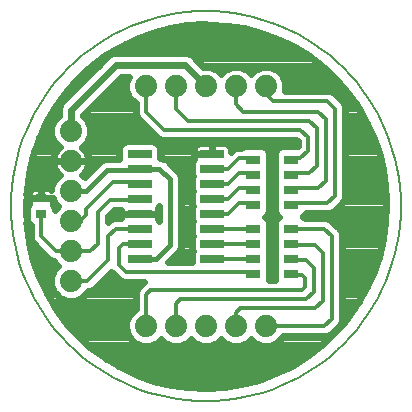
<source format=gtl>
G75*
G70*
%OFA0B0*%
%FSLAX24Y24*%
%IPPOS*%
%LPD*%
%AMOC8*
5,1,8,0,0,1.08239X$1,22.5*
%
%ADD10C,0.0080*%
%ADD11C,0.0740*%
%ADD12R,0.0800X0.0260*%
%ADD13R,0.0354X0.0276*%
%ADD14R,0.0512X0.0315*%
%ADD15C,0.0240*%
%ADD16C,0.0160*%
%ADD17C,0.0396*%
%ADD18C,0.0120*%
%ADD19C,0.0100*%
D10*
X000140Y006665D02*
X000148Y006984D01*
X000171Y007302D01*
X000210Y007618D01*
X000265Y007932D01*
X000335Y008243D01*
X000420Y008551D01*
X000520Y008853D01*
X000634Y009151D01*
X000764Y009442D01*
X000907Y009727D01*
X001064Y010005D01*
X001235Y010274D01*
X001418Y010535D01*
X001615Y010786D01*
X001823Y011027D01*
X002043Y011258D01*
X002274Y011478D01*
X002515Y011686D01*
X002766Y011883D01*
X003027Y012066D01*
X003296Y012237D01*
X003574Y012394D01*
X003859Y012537D01*
X004150Y012667D01*
X004448Y012781D01*
X004750Y012881D01*
X005058Y012966D01*
X005369Y013036D01*
X005683Y013091D01*
X005999Y013130D01*
X006317Y013153D01*
X006636Y013161D01*
X006955Y013153D01*
X007273Y013130D01*
X007589Y013091D01*
X007903Y013036D01*
X008214Y012966D01*
X008522Y012881D01*
X008824Y012781D01*
X009122Y012667D01*
X009413Y012537D01*
X009698Y012394D01*
X009976Y012237D01*
X010245Y012066D01*
X010506Y011883D01*
X010757Y011686D01*
X010998Y011478D01*
X011229Y011258D01*
X011449Y011027D01*
X011657Y010786D01*
X011854Y010535D01*
X012037Y010274D01*
X012208Y010005D01*
X012365Y009727D01*
X012508Y009442D01*
X012638Y009151D01*
X012752Y008853D01*
X012852Y008551D01*
X012937Y008243D01*
X013007Y007932D01*
X013062Y007618D01*
X013101Y007302D01*
X013124Y006984D01*
X013132Y006665D01*
X013124Y006346D01*
X013101Y006028D01*
X013062Y005712D01*
X013007Y005398D01*
X012937Y005087D01*
X012852Y004779D01*
X012752Y004477D01*
X012638Y004179D01*
X012508Y003888D01*
X012365Y003603D01*
X012208Y003325D01*
X012037Y003056D01*
X011854Y002795D01*
X011657Y002544D01*
X011449Y002303D01*
X011229Y002072D01*
X010998Y001852D01*
X010757Y001644D01*
X010506Y001447D01*
X010245Y001264D01*
X009976Y001093D01*
X009698Y000936D01*
X009413Y000793D01*
X009122Y000663D01*
X008824Y000549D01*
X008522Y000449D01*
X008214Y000364D01*
X007903Y000294D01*
X007589Y000239D01*
X007273Y000200D01*
X006955Y000177D01*
X006636Y000169D01*
X006317Y000177D01*
X005999Y000200D01*
X005683Y000239D01*
X005369Y000294D01*
X005058Y000364D01*
X004750Y000449D01*
X004448Y000549D01*
X004150Y000663D01*
X003859Y000793D01*
X003574Y000936D01*
X003296Y001093D01*
X003027Y001264D01*
X002766Y001447D01*
X002515Y001644D01*
X002274Y001852D01*
X002043Y002072D01*
X001823Y002303D01*
X001615Y002544D01*
X001418Y002795D01*
X001235Y003056D01*
X001064Y003325D01*
X000907Y003603D01*
X000764Y003888D01*
X000634Y004179D01*
X000520Y004477D01*
X000420Y004779D01*
X000335Y005087D01*
X000265Y005398D01*
X000210Y005712D01*
X000171Y006028D01*
X000148Y006346D01*
X000140Y006665D01*
D11*
X002136Y007165D03*
X002136Y006165D03*
X002136Y005165D03*
X002136Y004165D03*
X004636Y002665D03*
X005636Y002665D03*
X006636Y002665D03*
X007636Y002665D03*
X008636Y002665D03*
X002136Y008165D03*
X002136Y009165D03*
X004636Y010665D03*
X005636Y010665D03*
X006636Y010665D03*
X007636Y010665D03*
X008636Y010665D03*
D12*
X006846Y008415D03*
X006846Y007915D03*
X006846Y007415D03*
X006846Y006915D03*
X006846Y006415D03*
X006846Y005915D03*
X006846Y005415D03*
X006846Y004915D03*
X004426Y004915D03*
X004426Y005415D03*
X004426Y005915D03*
X004426Y006415D03*
X004426Y006915D03*
X004426Y007415D03*
X004426Y007915D03*
X004426Y008415D03*
D13*
X001136Y006921D03*
X001136Y006409D03*
D14*
X008211Y006715D03*
X008211Y007215D03*
X008211Y007715D03*
X008211Y008215D03*
X009461Y008215D03*
X009461Y007715D03*
X009461Y007215D03*
X009461Y006715D03*
X009461Y005915D03*
X009461Y005415D03*
X009461Y004915D03*
X009461Y004415D03*
X008211Y004415D03*
X008211Y004915D03*
X008211Y005415D03*
X008211Y005915D03*
D15*
X002816Y001941D02*
X002378Y002337D01*
X001982Y002775D01*
X001631Y003249D01*
X001329Y003756D01*
X001079Y004291D01*
X000883Y004847D01*
X000743Y005421D01*
X000660Y006005D01*
X000636Y006595D01*
X000657Y007189D01*
X000736Y007778D01*
X000872Y008356D01*
X001064Y008918D01*
X001311Y009459D01*
X001609Y009973D01*
X001957Y010455D01*
X002349Y010901D01*
X002784Y011306D01*
X003256Y011667D01*
X003762Y011980D01*
X004295Y012241D01*
X004852Y012449D01*
X005426Y012602D01*
X006013Y012697D01*
X006606Y012735D01*
X006746Y012715D01*
X007327Y012682D01*
X007902Y012593D01*
X008466Y012448D01*
X009012Y012248D01*
X009537Y011996D01*
X010034Y011693D01*
X010499Y011343D01*
X010927Y010950D01*
X011315Y010516D01*
X011659Y010046D01*
X011955Y009545D01*
X012200Y009017D01*
X012392Y008468D01*
X012530Y007902D01*
X012611Y007326D01*
X012636Y006745D01*
X012614Y006149D01*
X012534Y005558D01*
X012396Y004978D01*
X012202Y004414D01*
X011954Y003872D01*
X011654Y003357D01*
X011305Y002874D01*
X010910Y002427D01*
X010473Y002021D01*
X009999Y001660D01*
X009491Y001347D01*
X008955Y001086D01*
X008396Y000878D01*
X007820Y000726D01*
X007231Y000631D01*
X006636Y000595D01*
X006046Y000619D01*
X005462Y000701D01*
X004889Y000841D01*
X004332Y001038D01*
X003798Y001288D01*
X003290Y001590D01*
X002816Y001941D01*
X002696Y002050D02*
X004422Y002050D01*
X004507Y002015D02*
X004268Y002114D01*
X004085Y002296D01*
X003986Y002535D01*
X003986Y002794D01*
X004085Y003033D01*
X004268Y003216D01*
X004296Y003227D01*
X004296Y003782D01*
X004348Y003907D01*
X004498Y004057D01*
X004565Y004125D01*
X003918Y004125D01*
X003793Y004176D01*
X003698Y004272D01*
X003486Y004484D01*
X002879Y003876D01*
X002754Y003825D01*
X002699Y003825D01*
X002687Y003796D01*
X002504Y003614D01*
X002265Y003515D01*
X002007Y003515D01*
X001768Y003614D01*
X001585Y003796D01*
X001486Y004035D01*
X001486Y004294D01*
X001585Y004533D01*
X001717Y004665D01*
X001585Y004796D01*
X001573Y004825D01*
X001568Y004825D01*
X001443Y004876D01*
X000943Y005376D01*
X000943Y005376D01*
X000848Y005472D01*
X000796Y005597D01*
X000796Y006038D01*
X000722Y006112D01*
X000679Y006215D01*
X000679Y006602D01*
X000722Y006705D01*
X000746Y006729D01*
X000739Y006754D01*
X000739Y006921D01*
X001136Y006921D01*
X001136Y007278D01*
X000930Y007278D01*
X000874Y007263D01*
X000824Y007234D01*
X000783Y007193D01*
X000754Y007143D01*
X000739Y007087D01*
X000739Y006921D01*
X001136Y006921D01*
X001136Y006921D01*
X001136Y007278D01*
X001342Y007278D01*
X001398Y007263D01*
X001448Y007234D01*
X001486Y007197D01*
X001486Y007294D01*
X001585Y007533D01*
X001760Y007708D01*
X001752Y007715D01*
X001686Y007780D01*
X001631Y007855D01*
X001589Y007938D01*
X001561Y008027D01*
X001546Y008118D01*
X001546Y008165D01*
X002136Y008165D01*
X002136Y008165D01*
X002726Y008165D01*
X002726Y008211D01*
X002712Y008303D01*
X002683Y008391D01*
X002641Y008474D01*
X002586Y008549D01*
X002520Y008615D01*
X002512Y008621D01*
X002687Y008796D01*
X002786Y009035D01*
X002786Y009294D01*
X002687Y009533D01*
X002536Y009684D01*
X002536Y009699D01*
X003802Y010965D01*
X004057Y010965D01*
X003986Y010794D01*
X003986Y010535D01*
X004085Y010296D01*
X004268Y010114D01*
X004296Y010102D01*
X004296Y009747D01*
X004348Y009622D01*
X004443Y009526D01*
X005043Y008926D01*
X005168Y008875D01*
X009645Y008875D01*
X009696Y008824D01*
X009696Y008656D01*
X009693Y008652D01*
X009149Y008652D01*
X009047Y008610D01*
X008968Y008531D01*
X008925Y008428D01*
X008925Y008002D01*
X008940Y007965D01*
X008925Y007928D01*
X008925Y007502D01*
X008940Y007465D01*
X008925Y007428D01*
X008925Y007002D01*
X008940Y006965D01*
X008925Y006928D01*
X008925Y006502D01*
X008968Y006399D01*
X009047Y006320D01*
X009059Y006315D01*
X009047Y006310D01*
X008968Y006231D01*
X008925Y006128D01*
X008925Y005702D01*
X008940Y005665D01*
X008925Y005628D01*
X008925Y005202D01*
X008940Y005165D01*
X008925Y005128D01*
X008925Y004702D01*
X008940Y004665D01*
X008925Y004628D01*
X008925Y004205D01*
X008747Y004205D01*
X008747Y004628D01*
X008732Y004665D01*
X008747Y004702D01*
X008747Y005128D01*
X008732Y005165D01*
X008747Y005202D01*
X008747Y005628D01*
X008732Y005665D01*
X008747Y005702D01*
X008747Y006128D01*
X008704Y006231D01*
X008626Y006310D01*
X008613Y006315D01*
X008626Y006320D01*
X008704Y006399D01*
X008747Y006502D01*
X008747Y006928D01*
X008732Y006965D01*
X008747Y007002D01*
X008747Y007428D01*
X008732Y007465D01*
X008747Y007502D01*
X008747Y007928D01*
X008732Y007965D01*
X008747Y008002D01*
X008747Y008428D01*
X008704Y008531D01*
X008626Y008610D01*
X008523Y008652D01*
X007899Y008652D01*
X007797Y008610D01*
X007792Y008605D01*
X007668Y008605D01*
X007543Y008553D01*
X007466Y008476D01*
X007466Y008574D01*
X007451Y008630D01*
X007422Y008680D01*
X007381Y008721D01*
X007331Y008750D01*
X007275Y008765D01*
X006846Y008765D01*
X006417Y008765D01*
X006361Y008750D01*
X006311Y008721D01*
X006270Y008680D01*
X006241Y008630D01*
X006226Y008574D01*
X006226Y008415D01*
X006846Y008415D01*
X006846Y008765D01*
X006846Y008415D01*
X006846Y008415D01*
X006846Y008415D01*
X006226Y008415D01*
X006226Y008256D01*
X006233Y008228D01*
X006209Y008203D01*
X006166Y008100D01*
X006166Y007729D01*
X006193Y007665D01*
X006166Y007600D01*
X006166Y007229D01*
X006193Y007165D01*
X006166Y007100D01*
X006166Y006729D01*
X006193Y006665D01*
X006166Y006600D01*
X006166Y006229D01*
X006193Y006165D01*
X006166Y006100D01*
X006166Y005729D01*
X006193Y005665D01*
X006166Y005600D01*
X006166Y005229D01*
X006193Y005165D01*
X006166Y005100D01*
X006166Y004805D01*
X005385Y004805D01*
X005640Y005059D01*
X005741Y005161D01*
X005796Y005293D01*
X005796Y007636D01*
X005741Y007769D01*
X005391Y008119D01*
X005290Y008220D01*
X005158Y008275D01*
X005106Y008275D01*
X005106Y008600D01*
X005063Y008703D01*
X004985Y008782D01*
X004882Y008825D01*
X003970Y008825D01*
X003867Y008782D01*
X003789Y008703D01*
X003746Y008600D01*
X003746Y008229D01*
X003748Y008225D01*
X003264Y008225D01*
X003132Y008170D01*
X003031Y008069D01*
X002591Y007629D01*
X002512Y007708D01*
X002520Y007715D01*
X002586Y007780D01*
X002641Y007855D01*
X002683Y007938D01*
X002712Y008027D01*
X002726Y008118D01*
X002726Y008165D01*
X002136Y008165D01*
X002136Y008165D01*
X001546Y008165D01*
X001546Y008211D01*
X001561Y008303D01*
X001589Y008391D01*
X001631Y008474D01*
X001686Y008549D01*
X001752Y008615D01*
X001760Y008621D01*
X001585Y008796D01*
X001486Y009035D01*
X001486Y009294D01*
X001585Y009533D01*
X001736Y009684D01*
X001736Y009944D01*
X001797Y010091D01*
X003297Y011591D01*
X003409Y011704D01*
X003556Y011765D01*
X006016Y011765D01*
X006163Y011704D01*
X006275Y011591D01*
X006275Y011591D01*
X006552Y011315D01*
X006765Y011315D01*
X007004Y011216D01*
X007136Y011084D01*
X007268Y011216D01*
X007507Y011315D01*
X007765Y011315D01*
X008004Y011216D01*
X008136Y011084D01*
X008268Y011216D01*
X008507Y011315D01*
X008765Y011315D01*
X009004Y011216D01*
X009187Y011033D01*
X009286Y010794D01*
X009286Y010535D01*
X009273Y010505D01*
X010754Y010505D01*
X010879Y010453D01*
X011129Y010203D01*
X011129Y010203D01*
X011224Y010107D01*
X011276Y009982D01*
X011276Y006947D01*
X011224Y006822D01*
X010974Y006572D01*
X010879Y006476D01*
X010754Y006425D01*
X009965Y006425D01*
X009954Y006399D01*
X009876Y006320D01*
X009863Y006315D01*
X009876Y006310D01*
X009930Y006255D01*
X010654Y006255D01*
X010779Y006203D01*
X011029Y005953D01*
X011124Y005857D01*
X011176Y005732D01*
X011176Y002847D01*
X011124Y002722D01*
X010874Y002472D01*
X010779Y002376D01*
X010654Y002325D01*
X009199Y002325D01*
X009187Y002296D01*
X009004Y002114D01*
X008765Y002015D01*
X008507Y002015D01*
X008268Y002114D01*
X008136Y002245D01*
X008004Y002114D01*
X007765Y002015D01*
X007507Y002015D01*
X007268Y002114D01*
X007136Y002245D01*
X007004Y002114D01*
X006765Y002015D01*
X006507Y002015D01*
X006268Y002114D01*
X006136Y002245D01*
X006004Y002114D01*
X005765Y002015D01*
X005507Y002015D01*
X005268Y002114D01*
X005136Y002245D01*
X005004Y002114D01*
X004765Y002015D01*
X004507Y002015D01*
X004850Y002050D02*
X005422Y002050D01*
X005850Y002050D02*
X006422Y002050D01*
X006850Y002050D02*
X007422Y002050D01*
X007850Y002050D02*
X008422Y002050D01*
X008850Y002050D02*
X010504Y002050D01*
X010760Y002288D02*
X009179Y002288D01*
X009857Y001573D02*
X003320Y001573D01*
X002991Y001811D02*
X010197Y001811D01*
X009464Y001334D02*
X003720Y001334D01*
X004208Y001096D02*
X008975Y001096D01*
X008317Y000857D02*
X004844Y000857D01*
X006052Y000619D02*
X007026Y000619D01*
X004093Y002288D02*
X002432Y002288D01*
X002207Y002527D02*
X003990Y002527D01*
X003986Y002765D02*
X001991Y002765D01*
X001813Y003004D02*
X004073Y003004D01*
X004296Y003242D02*
X001637Y003242D01*
X001493Y003481D02*
X004296Y003481D01*
X004296Y003719D02*
X002610Y003719D01*
X002960Y003958D02*
X004398Y003958D01*
X003774Y004196D02*
X003198Y004196D01*
X003437Y004435D02*
X003535Y004435D01*
X001708Y004673D02*
X000944Y004673D01*
X000867Y004912D02*
X001408Y004912D01*
X001170Y005150D02*
X000809Y005150D01*
X000751Y005389D02*
X000931Y005389D01*
X000796Y005627D02*
X000714Y005627D01*
X000680Y005866D02*
X000796Y005866D01*
X000730Y006104D02*
X000656Y006104D01*
X000646Y006343D02*
X000679Y006343D01*
X000679Y006581D02*
X000637Y006581D01*
X000644Y006820D02*
X000739Y006820D01*
X000739Y007058D02*
X000652Y007058D01*
X000671Y007297D02*
X001487Y007297D01*
X001587Y007535D02*
X000703Y007535D01*
X000735Y007774D02*
X001693Y007774D01*
X001565Y008012D02*
X000791Y008012D01*
X000847Y008251D02*
X001552Y008251D01*
X001643Y008489D02*
X000918Y008489D01*
X000999Y008728D02*
X001654Y008728D01*
X001515Y008966D02*
X001086Y008966D01*
X001195Y009205D02*
X001486Y009205D01*
X001548Y009443D02*
X001304Y009443D01*
X001440Y009682D02*
X001734Y009682D01*
X001736Y009920D02*
X001579Y009920D01*
X001743Y010159D02*
X001864Y010159D01*
X001915Y010397D02*
X002103Y010397D01*
X002116Y010636D02*
X002341Y010636D01*
X002326Y010874D02*
X002580Y010874D01*
X002576Y011113D02*
X002818Y011113D01*
X002843Y011351D02*
X003057Y011351D01*
X003155Y011590D02*
X003295Y011590D01*
X003517Y011828D02*
X009812Y011828D01*
X010171Y011590D02*
X006277Y011590D01*
X006515Y011351D02*
X010488Y011351D01*
X010750Y011113D02*
X009107Y011113D01*
X009253Y010874D02*
X010995Y010874D01*
X011208Y010636D02*
X009286Y010636D01*
X008165Y011113D02*
X008107Y011113D01*
X007165Y011113D02*
X007107Y011113D01*
X006636Y010665D02*
X005936Y011365D01*
X003636Y011365D01*
X002136Y009865D01*
X002136Y009165D01*
X002618Y008728D02*
X003813Y008728D01*
X003746Y008489D02*
X002630Y008489D01*
X002720Y008251D02*
X003746Y008251D01*
X002974Y008012D02*
X002707Y008012D01*
X002736Y007774D02*
X002579Y007774D01*
X001533Y006922D02*
X001585Y006796D01*
X001717Y006665D01*
X001593Y006541D01*
X001593Y006602D01*
X001551Y006705D01*
X001527Y006729D01*
X001533Y006754D01*
X001533Y006921D01*
X001136Y006921D01*
X001136Y006921D01*
X001136Y006921D01*
X001533Y006921D01*
X001533Y006922D01*
X001533Y006820D02*
X001575Y006820D01*
X001593Y006581D02*
X001633Y006581D01*
X001136Y007058D02*
X001136Y007058D01*
X003376Y006324D02*
X003376Y006136D01*
X003443Y006203D01*
X003568Y006255D01*
X003806Y006255D01*
X003806Y006256D01*
X003806Y006415D01*
X003806Y006525D01*
X003577Y006525D01*
X003376Y006324D01*
X003395Y006343D02*
X003806Y006343D01*
X003806Y006415D02*
X004426Y006415D01*
X004426Y006415D01*
X003806Y006415D01*
X004426Y006415D02*
X005046Y006415D01*
X005046Y006574D01*
X005039Y006601D01*
X005063Y006626D01*
X005076Y006657D01*
X005076Y006173D01*
X005063Y006203D01*
X005039Y006228D01*
X005046Y006256D01*
X005046Y006415D01*
X004426Y006415D01*
X004426Y006415D01*
X005046Y006343D02*
X005076Y006343D01*
X005076Y006581D02*
X005044Y006581D01*
X005796Y006581D02*
X006166Y006581D01*
X006166Y006343D02*
X005796Y006343D01*
X005796Y006104D02*
X006168Y006104D01*
X006166Y005866D02*
X005796Y005866D01*
X005796Y005627D02*
X006177Y005627D01*
X006166Y005389D02*
X005796Y005389D01*
X005731Y005150D02*
X006187Y005150D01*
X006166Y004912D02*
X005492Y004912D01*
X005640Y005059D02*
X005640Y005059D01*
X005796Y006820D02*
X006166Y006820D01*
X006166Y007058D02*
X005796Y007058D01*
X005796Y007297D02*
X006166Y007297D01*
X006166Y007535D02*
X005796Y007535D01*
X005736Y007774D02*
X006166Y007774D01*
X006166Y008012D02*
X005498Y008012D01*
X005391Y008119D02*
X005391Y008119D01*
X005216Y008251D02*
X006227Y008251D01*
X006226Y008489D02*
X005106Y008489D01*
X005039Y008728D02*
X006323Y008728D01*
X006846Y008728D02*
X006846Y008728D01*
X006846Y008489D02*
X006846Y008489D01*
X007369Y008728D02*
X009696Y008728D01*
X008951Y008489D02*
X008722Y008489D01*
X008747Y008251D02*
X008925Y008251D01*
X008925Y008012D02*
X008747Y008012D01*
X008747Y007774D02*
X008925Y007774D01*
X008925Y007535D02*
X008747Y007535D01*
X008747Y007297D02*
X008925Y007297D01*
X008925Y007058D02*
X008747Y007058D01*
X008747Y006820D02*
X008925Y006820D01*
X008925Y006581D02*
X008747Y006581D01*
X008648Y006343D02*
X009024Y006343D01*
X008925Y006104D02*
X008747Y006104D01*
X008747Y005866D02*
X008925Y005866D01*
X008925Y005627D02*
X008747Y005627D01*
X008747Y005389D02*
X008925Y005389D01*
X008934Y005150D02*
X008738Y005150D01*
X008747Y004912D02*
X008925Y004912D01*
X008937Y004673D02*
X008735Y004673D01*
X008747Y004435D02*
X008925Y004435D01*
X011176Y004435D02*
X012209Y004435D01*
X012291Y004673D02*
X011176Y004673D01*
X011176Y004912D02*
X012373Y004912D01*
X012437Y005150D02*
X011176Y005150D01*
X011176Y005389D02*
X012494Y005389D01*
X012543Y005627D02*
X011176Y005627D01*
X011116Y005866D02*
X012576Y005866D01*
X012608Y006104D02*
X010877Y006104D01*
X010983Y006581D02*
X012630Y006581D01*
X012621Y006343D02*
X009898Y006343D01*
X011222Y006820D02*
X012633Y006820D01*
X012623Y007058D02*
X011276Y007058D01*
X011276Y007297D02*
X012613Y007297D01*
X012582Y007535D02*
X011276Y007535D01*
X011276Y007774D02*
X012548Y007774D01*
X012503Y008012D02*
X011276Y008012D01*
X011276Y008251D02*
X012445Y008251D01*
X012385Y008489D02*
X011276Y008489D01*
X011276Y008728D02*
X012301Y008728D01*
X012218Y008966D02*
X011276Y008966D01*
X011276Y009205D02*
X012113Y009205D01*
X012002Y009443D02*
X011276Y009443D01*
X011276Y009682D02*
X011874Y009682D01*
X011733Y009920D02*
X011276Y009920D01*
X011173Y010159D02*
X011576Y010159D01*
X011402Y010397D02*
X010934Y010397D01*
X009389Y012067D02*
X003939Y012067D01*
X004467Y012305D02*
X008856Y012305D01*
X008093Y012544D02*
X005208Y012544D01*
X004019Y010874D02*
X003711Y010874D01*
X003473Y010636D02*
X003986Y010636D01*
X004043Y010397D02*
X003234Y010397D01*
X002996Y010159D02*
X004223Y010159D01*
X004296Y009920D02*
X002757Y009920D01*
X002538Y009682D02*
X004323Y009682D01*
X004527Y009443D02*
X002724Y009443D01*
X002786Y009205D02*
X004765Y009205D01*
X005004Y008966D02*
X002757Y008966D01*
X007466Y008489D02*
X007480Y008489D01*
X011176Y004196D02*
X012103Y004196D01*
X011993Y003958D02*
X011176Y003958D01*
X011176Y003719D02*
X011865Y003719D01*
X011726Y003481D02*
X011176Y003481D01*
X011176Y003242D02*
X011571Y003242D01*
X011399Y003004D02*
X011176Y003004D01*
X011142Y002765D02*
X011209Y002765D01*
X010998Y002527D02*
X010929Y002527D01*
X001662Y003719D02*
X001351Y003719D01*
X001235Y003958D02*
X001518Y003958D01*
X001486Y004196D02*
X001123Y004196D01*
X001028Y004435D02*
X001544Y004435D01*
D16*
X002136Y006165D02*
X002436Y006165D01*
X002636Y007165D02*
X002136Y007165D01*
X002636Y007165D02*
X003336Y007865D01*
X004376Y007865D01*
X004426Y007915D01*
X005086Y007915D01*
X005436Y007565D01*
X005436Y005365D01*
X004986Y004915D01*
X004426Y004915D01*
X004426Y006415D02*
X003626Y006415D01*
X004376Y006865D02*
X004426Y006915D01*
X004426Y007415D02*
X004376Y007465D01*
X008211Y006715D02*
X008261Y006765D01*
D17*
X003626Y006415D03*
D18*
X003436Y006865D02*
X004376Y006865D01*
X004376Y007465D02*
X003536Y007465D01*
X002636Y006565D01*
X002636Y006365D01*
X002436Y006165D01*
X003036Y006465D02*
X003436Y006865D01*
X003036Y006465D02*
X003036Y005415D01*
X002786Y005165D01*
X002136Y005165D01*
X001636Y005165D01*
X001136Y005665D01*
X001136Y006409D01*
X003386Y005665D02*
X003386Y004865D01*
X002686Y004165D01*
X002136Y004165D01*
X003736Y004715D02*
X003986Y004465D01*
X008261Y004465D01*
X008211Y004415D01*
X008211Y004915D02*
X006846Y004915D01*
X006846Y005415D02*
X008211Y005415D01*
X008211Y005915D02*
X008261Y005965D01*
X008211Y005915D02*
X006846Y005915D01*
X006846Y006415D02*
X007386Y006415D01*
X007736Y006765D01*
X008261Y006765D01*
X008261Y007265D02*
X007736Y007265D01*
X007386Y006915D01*
X006846Y006915D01*
X006846Y007415D02*
X007386Y007415D01*
X007736Y007765D01*
X008261Y007765D01*
X008261Y008265D02*
X007736Y008265D01*
X007386Y007915D01*
X006846Y007915D01*
X005236Y009215D02*
X004636Y009815D01*
X004636Y010665D01*
X005636Y010665D02*
X005636Y009915D01*
X006036Y009515D01*
X010086Y009515D01*
X010336Y009265D01*
X010336Y008015D01*
X010086Y007765D01*
X009561Y007765D01*
X009561Y008265D02*
X009786Y008265D01*
X010036Y008515D01*
X010036Y008965D01*
X009786Y009215D01*
X005236Y009215D01*
X007636Y010065D02*
X007636Y010665D01*
X007636Y010065D02*
X007886Y009815D01*
X010386Y009815D01*
X010636Y009565D01*
X010636Y007515D01*
X010386Y007265D01*
X009561Y007265D01*
X009561Y006765D02*
X010686Y006765D01*
X010936Y007015D01*
X010936Y009915D01*
X010686Y010165D01*
X008886Y010165D01*
X008636Y010415D01*
X008636Y010665D01*
X009461Y005915D02*
X010586Y005915D01*
X010836Y005665D01*
X010836Y002915D01*
X010586Y002665D01*
X008636Y002665D01*
X007786Y003265D02*
X010286Y003265D01*
X010536Y003515D01*
X010536Y005115D01*
X010286Y005365D01*
X009461Y005365D01*
X009461Y005415D01*
X009461Y004915D02*
X009561Y004865D01*
X009986Y004865D01*
X010236Y004615D01*
X010236Y003815D01*
X009986Y003565D01*
X005786Y003565D01*
X005636Y003415D01*
X005636Y002665D01*
X004636Y002665D02*
X004636Y003715D01*
X004786Y003865D01*
X009836Y003865D01*
X009936Y003965D01*
X009936Y004265D01*
X009836Y004365D01*
X009561Y004365D01*
X009461Y004415D01*
X007786Y003265D02*
X007636Y003115D01*
X007636Y002665D01*
X004426Y005415D02*
X003886Y005415D01*
X003736Y005265D01*
X003736Y004715D01*
X003386Y005665D02*
X003636Y005915D01*
X004426Y005915D01*
D19*
X008211Y007215D02*
X008261Y007265D01*
X008211Y007715D02*
X008261Y007765D01*
X008211Y008215D02*
X008261Y008265D01*
X009461Y008215D02*
X009561Y008265D01*
X009561Y007765D02*
X009461Y007715D01*
X009561Y007265D02*
X009461Y007215D01*
X009561Y006765D02*
X009461Y006715D01*
M02*

</source>
